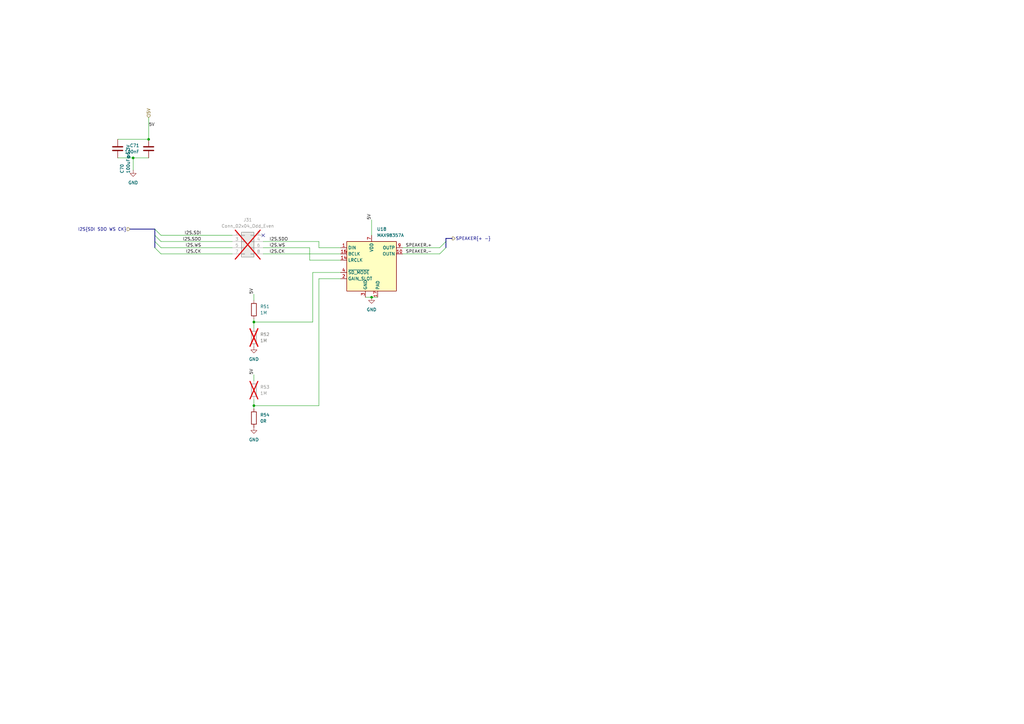
<source format=kicad_sch>
(kicad_sch (version 20231120) (generator "eeschema") (generator_version "8.0")
  (paper "A3")
  (lib_symbols
    (symbol "Audio:MAX98357A"
      (property "Reference" "U" (at -8.89 11.43 0))
      (property "Value" "MAX98357A" (at 10.16 11.43 0))
      (symbol "MAX98357A_1_1"
        (rectangle (start -10.16 10.16) (end 10.16 -10.16) (stroke (width 0.254)) (fill (type background)))
        (pin input line (at -12.7 7.62 0) (length 2.54) (name "DIN") (number "1"))
        (pin output line (at 12.7 5.08 180) (length 2.54) (name "OUTN") (number "10"))
        (pin passive line (at -2.54 -12.7 90) (length 2.54) hide (name "GND") (number "11"))
        (pin no_connect line (at 10.16 -5.08 180) (length 2.54) hide (name "NC") (number "12"))
        (pin no_connect line (at 10.16 -7.62 180) (length 2.54) hide (name "NC") (number "13"))
        (pin input line (at -12.7 2.54 0) (length 2.54) (name "LRCLK") (number "14"))
        (pin passive line (at -2.54 -12.7 90) (length 2.54) hide (name "GND") (number "15"))
        (pin input line (at -12.7 5.08 0) (length 2.54) (name "BCLK") (number "16"))
        (pin unspecified line (at 2.54 -12.7 90) (length 2.54) (name "PAD") (number "17"))
        (pin passive line (at -12.7 -5.08 0) (length 2.54) (name "GAIN_SLOT") (number "2"))
        (pin power_in line (at -2.54 -12.7 90) (length 2.54) (name "GND") (number "3"))
        (pin input line (at -12.7 -2.54 0) (length 2.54) (name "~{SD_MODE}") (number "4"))
        (pin no_connect line (at 10.16 2.54 180) (length 2.54) hide (name "NC") (number "5"))
        (pin no_connect line (at 10.16 0 180) (length 2.54) hide (name "NC") (number "6"))
        (pin power_in line (at 0 12.7 270) (length 2.54) (name "VDD") (number "7"))
        (pin passive line (at 0 12.7 270) (length 2.54) hide (name "VDD") (number "8"))
        (pin output line (at 12.7 7.62 180) (length 2.54) (name "OUTP") (number "9"))
      )
    )
    (symbol "Connector_Generic:Conn_02x04_Odd_Even" (pin_names (offset 1.016) hide)
      (property "Reference" "J" (at 1.27 5.08 0))
      (property "Value" "Conn_02x04_Odd_Even" (at 1.27 -7.62 0))
      (symbol "Conn_02x04_Odd_Even_1_1"
        (rectangle (start -1.27 -4.953) (end 0 -5.207) (stroke (width 0.1524)))
        (rectangle (start -1.27 -2.413) (end 0 -2.667) (stroke (width 0.1524)))
        (rectangle (start -1.27 0.127) (end 0 -0.127) (stroke (width 0.1524)))
        (rectangle (start -1.27 2.667) (end 0 2.413) (stroke (width 0.1524)))
        (rectangle (start -1.27 3.81) (end 3.81 -6.35) (stroke (width 0.254)) (fill (type background)))
        (rectangle (start 3.81 -4.953) (end 2.54 -5.207) (stroke (width 0.1524)))
        (rectangle (start 3.81 -2.413) (end 2.54 -2.667) (stroke (width 0.1524)))
        (rectangle (start 3.81 0.127) (end 2.54 -0.127) (stroke (width 0.1524)))
        (rectangle (start 3.81 2.667) (end 2.54 2.413) (stroke (width 0.1524)))
        (pin passive line (at -5.08 2.54 0) (length 3.81) (name "Pin_1") (number "1"))
        (pin passive line (at 7.62 2.54 180) (length 3.81) (name "Pin_2") (number "2"))
        (pin passive line (at -5.08 0 0) (length 3.81) (name "Pin_3") (number "3"))
        (pin passive line (at 7.62 0 180) (length 3.81) (name "Pin_4") (number "4"))
        (pin passive line (at -5.08 -2.54 0) (length 3.81) (name "Pin_5") (number "5"))
        (pin passive line (at 7.62 -2.54 180) (length 3.81) (name "Pin_6") (number "6"))
        (pin passive line (at -5.08 -5.08 0) (length 3.81) (name "Pin_7") (number "7"))
        (pin passive line (at 7.62 -5.08 180) (length 3.81) (name "Pin_8") (number "8"))
      )
    )
    (symbol "Device:C" (pin_numbers hide) (pin_names (offset 0.254))
      (property "Reference" "C" (at 0.635 2.54 0))
      (property "Value" "C" (at 0.635 -2.54 0))
      (symbol "C_0_1"
        (polyline (pts (xy -2.032 -0.762) (xy 2.032 -0.762)) (stroke (width 0.508)))
        (polyline (pts (xy -2.032 0.762) (xy 2.032 0.762)) (stroke (width 0.508)))
      )
      (symbol "C_1_1"
        (pin passive line (at 0 3.81 270) (length 2.794) (name "~") (number "1"))
        (pin passive line (at 0 -3.81 90) (length 2.794) (name "~") (number "2"))
      )
    )
    (symbol "Device:R" (pin_numbers hide) (pin_names (offset 0))
      (property "Reference" "R" (at 2.032 0 90))
      (property "Value" "R" (at 0 0 90))
      (symbol "R_0_1"
        (rectangle (start -1.016 -2.54) (end 1.016 2.54) (stroke (width 0.254)))
      )
      (symbol "R_1_1"
        (pin passive line (at 0 3.81 270) (length 1.27) (name "~") (number "1"))
        (pin passive line (at 0 -3.81 90) (length 1.27) (name "~") (number "2"))
      )
    )
    (symbol "power:GND" (power) (pin_numbers hide) (pin_names (offset 0) hide)
      (property "Value" "GND" (at 0 -3.81 0))
      (symbol "GND_0_1"
        (polyline (pts (xy 0 0) (xy 0 -1.27) (xy 1.27 -1.27) (xy 0 -2.54) (xy -1.27 -1.27) (xy 0 -1.27)))
      )
      (symbol "GND_1_1"
        (pin power_in line (at 0 0 270) (length 0) (name "~") (number "1"))
      )
    )
  )
  (junction (at 54.61 64.77))
  (junction (at 104.14 132.08))
  (junction (at 60.96 57.15))
  (junction (at 104.14 166.37))
  (junction (at 152.4 121.92))
  (no_connect (at 107.95 96.52))
  (bus_entry (at 180.34 104.14) (size 2.54 -2.54))
  (bus_entry (at 63.5 101.6) (size 2.54 2.54))
  (bus_entry (at 63.5 99.06) (size 2.54 2.54))
  (bus_entry (at 63.5 93.98) (size 2.54 2.54))
  (bus_entry (at 63.5 96.52) (size 2.54 2.54))
  (bus_entry (at 180.34 101.6) (size 2.54 -2.54))
  (wire (pts (xy 104.14 132.08) (xy 128.27 132.08)))
  (wire (pts (xy 60.96 48.26) (xy 60.96 57.15)))
  (wire (pts (xy 48.26 64.77) (xy 54.61 64.77)))
  (wire (pts (xy 104.14 153.67) (xy 104.14 156.21)))
  (wire (pts (xy 95.25 104.14) (xy 66.04 104.14)))
  (wire (pts (xy 152.4 90.17) (xy 152.4 96.52)))
  (wire (pts (xy 128.27 132.08) (xy 128.27 111.76)))
  (wire (pts (xy 54.61 64.77) (xy 54.61 69.85)))
  (wire (pts (xy 60.96 64.77) (xy 54.61 64.77)))
  (wire (pts (xy 130.81 166.37) (xy 104.14 166.37)))
  (bus (pts (xy 53.34 93.98) (xy 63.5 93.98)))
  (wire (pts (xy 104.14 130.81) (xy 104.14 132.08)))
  (wire (pts (xy 127 101.6) (xy 127 106.68)))
  (wire (pts (xy 128.27 111.76) (xy 139.7 111.76)))
  (bus (pts (xy 182.88 97.79) (xy 182.88 99.06)))
  (wire (pts (xy 95.25 99.06) (xy 66.04 99.06)))
  (bus (pts (xy 63.5 99.06) (xy 63.5 101.6)))
  (wire (pts (xy 152.4 121.92) (xy 154.94 121.92)))
  (wire (pts (xy 165.1 104.14) (xy 180.34 104.14)))
  (bus (pts (xy 182.88 99.06) (xy 182.88 101.6)))
  (wire (pts (xy 104.14 132.08) (xy 104.14 134.62)))
  (bus (pts (xy 185.42 97.79) (xy 182.88 97.79)))
  (wire (pts (xy 107.95 99.06) (xy 130.81 99.06)))
  (bus (pts (xy 63.5 93.98) (xy 63.5 96.52)))
  (wire (pts (xy 48.26 57.15) (xy 60.96 57.15)))
  (wire (pts (xy 130.81 114.3) (xy 130.81 166.37)))
  (wire (pts (xy 107.95 104.14) (xy 139.7 104.14)))
  (wire (pts (xy 127 106.68) (xy 139.7 106.68)))
  (wire (pts (xy 107.95 101.6) (xy 127 101.6)))
  (wire (pts (xy 130.81 101.6) (xy 139.7 101.6)))
  (wire (pts (xy 104.14 166.37) (xy 104.14 167.64)))
  (wire (pts (xy 95.25 101.6) (xy 66.04 101.6)))
  (wire (pts (xy 149.86 121.92) (xy 152.4 121.92)))
  (wire (pts (xy 95.25 96.52) (xy 66.04 96.52)))
  (wire (pts (xy 165.1 101.6) (xy 180.34 101.6)))
  (wire (pts (xy 139.7 114.3) (xy 130.81 114.3)))
  (bus (pts (xy 63.5 96.52) (xy 63.5 99.06)))
  (wire (pts (xy 130.81 99.06) (xy 130.81 101.6)))
  (wire (pts (xy 104.14 120.65) (xy 104.14 123.19)))
  (wire (pts (xy 104.14 163.83) (xy 104.14 166.37)))
  (label "SPEAKER.+" (at 166.37 101.6 0))
  (label "5V" (at 104.14 120.65 90))
  (label "SPEAKER.-" (at 166.37 104.14 0))
  (label "I2S.CK" (at 110.49 104.14 0))
  (label "I2S.SDO" (at 82.55 99.06 180))
  (label "I2S.SDI" (at 82.55 96.52 180))
  (label "5V" (at 104.14 153.67 90))
  (label "I2S.WS" (at 82.55 101.6 180))
  (label "5V" (at 152.4 90.17 90))
  (label "I2S.WS" (at 110.49 101.6 0))
  (label "5V" (at 60.96 52.07 0))
  (label "I2S.SDO" (at 110.49 99.06 0))
  (label "I2S.CK" (at 82.55 104.14 180))
  (hierarchical_label "I2S{SDI SDO WS CK}" (shape input) (at 53.34 93.98 180))
  (hierarchical_label "5V" (shape input) (at 60.96 48.26 90))
  (hierarchical_label "SPEAKER{+ -}" (shape output) (at 185.42 97.79 0))
  (symbol (lib_id "power:GND") (at 54.61 69.85 0) (unit 1)
    (property "Reference" "#PWR091" (effects (hide yes)))
    (property "Value" "GND" (at 54.61 74.93 0))
    (property "Description" "Power symbol creates a global label with name \"GND\" , ground" (effects (hide yes)))
  )
  (symbol (lib_id "Audio:MAX98357A") (at 152.4 109.22 0) (unit 1)
    (property "Reference" "U18" (at 154.5941 93.98 0) (effects (justify left)))
    (property "Value" "MAX98357A" (at 154.5941 96.52 0) (effects (justify left)))
    (property "Footprint" "Package_DFN_QFN:TQFN-16-1EP_3x3mm_P0.5mm_EP1.23x1.23mm" (effects (hide yes)))
    (property "Datasheet" "https://www.analog.com/media/en/technical-documentation/data-sheets/MAX98357A-MAX98357B.pdf" (effects (hide yes)))
    (property "Description" "Mono DAC with amplifier, I2S, PCM, TDM, 32-bit, 96khz, 3.2W, TQFP-16" (effects (hide yes)))
    (property "JLC" "C910544" (effects (hide yes)))
  )
  (symbol (lib_id "Device:R") (at 104.14 127 0) (unit 1)
    (property "Reference" "R51" (at 106.68 125.7299 0) (effects (justify left)))
    (property "Value" "1M" (at 106.68 128.2699 0) (effects (justify left)))
    (property "Footprint" "Resistor_SMD:R_0805_2012Metric" (effects (hide yes)))
    (property "Description" "Resistor" (effects (hide yes)))
    (property "JLC" "C17514" (effects (hide yes)))
  )
  (symbol (lib_id "Device:C") (at 48.26 60.96 0) (unit 1)
    (property "Reference" "C70" (at 50.038 71.12 90) (effects (justify left)))
    (property "Value" "100uF@6.3V" (at 52.578 71.12 90) (effects (justify left)))
    (property "Footprint" "Capacitor_SMD:C_1206_3216Metric" (effects (hide yes)))
    (property "Description" "Unpolarized capacitor" (effects (hide yes)))
    (property "JLC" "C15008" (effects (hide yes)))
  )
  (symbol (lib_id "power:GND") (at 152.4 121.92 0) (unit 1)
    (property "Reference" "#PWR094" (effects (hide yes)))
    (property "Value" "GND" (at 152.4 127 0))
    (property "Description" "Power symbol creates a global label with name \"GND\" , ground" (effects (hide yes)))
  )
  (symbol (lib_id "Device:R") (at 104.14 138.43 0) (unit 1) (dnp yes)
    (property "Reference" "R52" (at 106.68 137.1599 0) (effects (justify left)))
    (property "Value" "1M" (at 106.68 139.6999 0) (effects (justify left)))
    (property "Footprint" "Resistor_SMD:R_0805_2012Metric" (effects (hide yes)))
    (property "Description" "Resistor" (effects (hide yes)))
    (property "JLC" "C17514" (effects (hide yes)))
  )
  (symbol (lib_id "power:GND") (at 104.14 142.24 0) (unit 1)
    (property "Reference" "#PWR092" (effects (hide yes)))
    (property "Value" "GND" (at 104.14 147.32 0))
    (property "Description" "Power symbol creates a global label with name \"GND\" , ground" (effects (hide yes)))
  )
  (symbol (lib_id "Device:R") (at 104.14 160.02 0) (unit 1) (dnp yes)
    (property "Reference" "R53" (at 106.68 158.7499 0) (effects (justify left)))
    (property "Value" "1M" (at 106.68 161.2899 0) (effects (justify left)))
    (property "Footprint" "Resistor_SMD:R_0805_2012Metric" (effects (hide yes)))
    (property "Description" "Resistor" (effects (hide yes)))
    (property "JLC" "C17514" (effects (hide yes)))
  )
  (symbol (lib_id "Connector_Generic:Conn_02x04_Odd_Even") (at 100.33 99.06 0) (unit 1) (dnp yes)
    (property "Reference" "J31" (at 101.6 90.17 0))
    (property "Value" "Conn_02x04_Odd_Even" (at 101.6 92.71 0))
    (property "Footprint" "Connector_PinHeader_2.54mm:PinHeader_2x04_P2.54mm_Vertical" (effects (hide yes)))
    (property "Description" "Generic connector, double row, 02x04, odd/even pin numbering scheme (row 1 odd numbers, row 2 even numbers), script generated (kicad-library-utils/schlib/autogen/connector/)" (effects (hide yes)))
  )
  (symbol (lib_id "power:GND") (at 104.14 175.26 0) (unit 1)
    (property "Reference" "#PWR093" (effects (hide yes)))
    (property "Value" "GND" (at 104.14 180.34 0))
    (property "Description" "Power symbol creates a global label with name \"GND\" , ground" (effects (hide yes)))
  )
  (symbol (lib_id "Device:R") (at 104.14 171.45 0) (unit 1)
    (property "Reference" "R54" (at 106.68 170.1799 0) (effects (justify left)))
    (property "Value" "0R" (at 106.68 172.7199 0) (effects (justify left)))
    (property "Footprint" "Resistor_SMD:R_0805_2012Metric" (effects (hide yes)))
    (property "Description" "Resistor" (effects (hide yes)))
    (property "JLC" "C17477" (effects (hide yes)))
  )
  (symbol (lib_id "Device:C") (at 60.96 60.96 0) (mirror x) (unit 1)
    (property "Reference" "C71" (at 57.15 59.6899 0) (effects (justify right)))
    (property "Value" "100nF" (at 57.15 62.2299 0) (effects (justify right)))
    (property "Footprint" "Capacitor_SMD:C_0402_1005Metric" (effects (hide yes)))
    (property "Description" "Unpolarized capacitor" (effects (hide yes)))
    (property "JLC" "C307331" (effects (hide yes)))
  )
)
</source>
